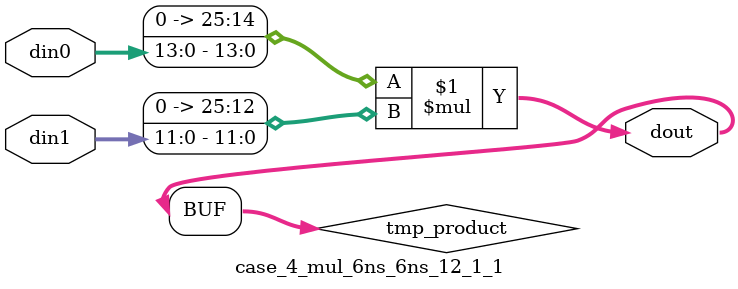
<source format=v>

`timescale 1 ns / 1 ps

 (* use_dsp = "no" *)  module case_4_mul_6ns_6ns_12_1_1(din0, din1, dout);
parameter ID = 1;
parameter NUM_STAGE = 0;
parameter din0_WIDTH = 14;
parameter din1_WIDTH = 12;
parameter dout_WIDTH = 26;

input [din0_WIDTH - 1 : 0] din0; 
input [din1_WIDTH - 1 : 0] din1; 
output [dout_WIDTH - 1 : 0] dout;

wire signed [dout_WIDTH - 1 : 0] tmp_product;
























assign tmp_product = $signed({1'b0, din0}) * $signed({1'b0, din1});











assign dout = tmp_product;





















endmodule

</source>
